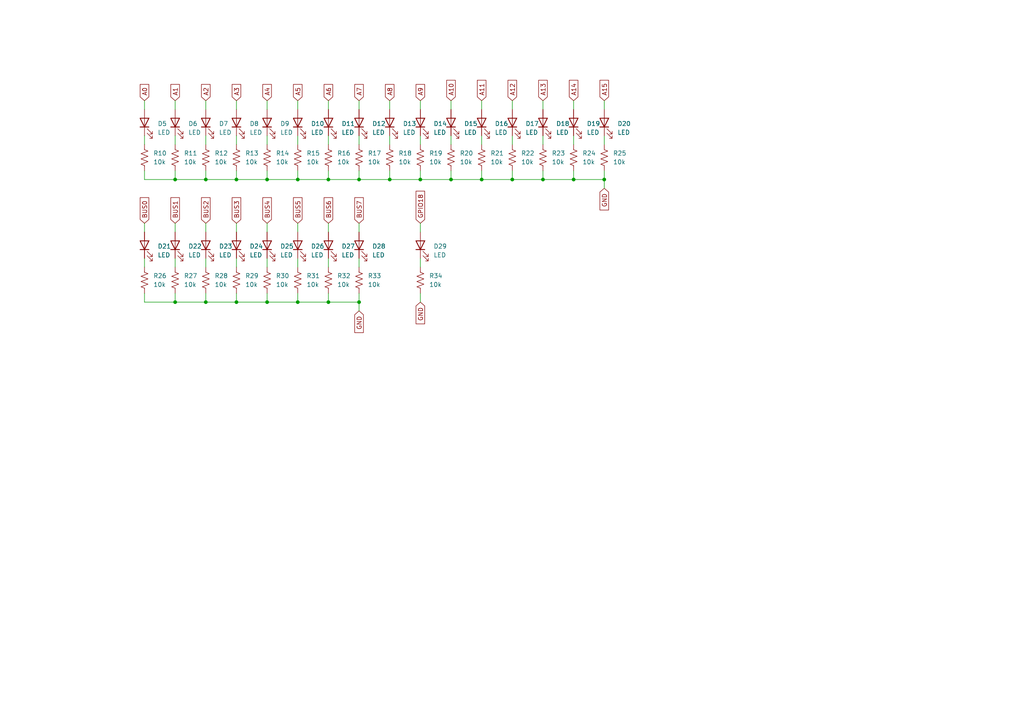
<source format=kicad_sch>
(kicad_sch (version 20230121) (generator eeschema)
  (paper "A4")
  (lib_symbols
    (symbol "Device:LED" (pin_numbers hide) (pin_names (offset 1.016) hide)
      (property "Reference" "D" (at 0 2.54 0))
      (property "Value" "LED" (at 0 -2.54 0))
      (symbol "LED_0_1"
        (polyline (pts (xy -1.27 -1.27) (xy -1.27 1.27)) (stroke (width 0.254)))
        (polyline (pts (xy -1.27 0) (xy 1.27 0)))
        (polyline (pts (xy 1.27 -1.27) (xy 1.27 1.27) (xy -1.27 0) (xy 1.27 -1.27)) (stroke (width 0.254)))
        (polyline (pts (xy -3.048 -0.762) (xy -4.572 -2.286) (xy -3.81 -2.286) (xy -4.572 -2.286) (xy -4.572 -1.524)))
        (polyline (pts (xy -1.778 -0.762) (xy -3.302 -2.286) (xy -2.54 -2.286) (xy -3.302 -2.286) (xy -3.302 -1.524)))
      )
      (symbol "LED_1_1"
        (pin passive line (at -3.81 0 0) (length 2.54) (name "K") (number "1"))
        (pin passive line (at 3.81 0 180) (length 2.54) (name "A") (number "2"))
      )
    )
    (symbol "Device:R_US" (pin_numbers hide) (pin_names (offset 0))
      (property "Reference" "R" (at 2.54 0 90))
      (property "Value" "R_US" (at -2.54 0 90))
      (symbol "R_US_0_1"
        (polyline (pts (xy 0 -2.286) (xy 0 -2.54)))
        (polyline (pts (xy 0 2.286) (xy 0 2.54)))
        (polyline (pts (xy 0 -0.762) (xy 1.016 -1.143) (xy 0 -1.524) (xy -1.016 -1.905) (xy 0 -2.286)))
        (polyline (pts (xy 0 0.762) (xy 1.016 0.381) (xy 0 0) (xy -1.016 -0.381) (xy 0 -0.762)))
        (polyline (pts (xy 0 2.286) (xy 1.016 1.905) (xy 0 1.524) (xy -1.016 1.143) (xy 0 0.762)))
      )
      (symbol "R_US_1_1"
        (pin passive line (at 0 3.81 270) (length 1.27) (name "~") (number "1"))
        (pin passive line (at 0 -3.81 90) (length 1.27) (name "~") (number "2"))
      )
    )
  )
  (junction (at 148.59 52.07))
  (junction (at 86.36 87.63))
  (junction (at 59.69 87.63))
  (junction (at 175.26 52.07))
  (junction (at 50.8 52.07))
  (junction (at 68.58 87.63))
  (junction (at 166.37 52.07))
  (junction (at 95.25 52.07))
  (junction (at 104.14 87.63))
  (junction (at 95.25 87.63))
  (junction (at 68.58 52.07))
  (junction (at 130.81 52.07))
  (junction (at 139.7 52.07))
  (junction (at 121.92 52.07))
  (junction (at 86.36 52.07))
  (junction (at 157.48 52.07))
  (junction (at 104.14 52.07))
  (junction (at 59.69 52.07))
  (junction (at 50.8 87.63))
  (junction (at 77.47 52.07))
  (junction (at 113.03 52.07))
  (junction (at 77.47 87.63))
  (wire (pts (xy 121.92 64.77) (xy 121.92 67.31)))
  (wire (pts (xy 77.47 67.31) (xy 77.47 64.77)))
  (wire (pts (xy 86.36 77.47) (xy 86.36 74.93)))
  (wire (pts (xy 77.47 52.07) (xy 77.47 49.53)))
  (wire (pts (xy 104.14 87.63) (xy 104.14 90.17)))
  (wire (pts (xy 166.37 52.07) (xy 166.37 49.53)))
  (wire (pts (xy 68.58 74.93) (xy 68.58 77.47)))
  (wire (pts (xy 68.58 87.63) (xy 77.47 87.63)))
  (wire (pts (xy 86.36 87.63) (xy 86.36 85.09)))
  (wire (pts (xy 77.47 41.91) (xy 77.47 39.37)))
  (wire (pts (xy 41.91 52.07) (xy 41.91 49.53)))
  (wire (pts (xy 121.92 41.91) (xy 121.92 39.37)))
  (wire (pts (xy 121.92 52.07) (xy 130.81 52.07)))
  (wire (pts (xy 95.25 52.07) (xy 104.14 52.07)))
  (wire (pts (xy 68.58 67.31) (xy 68.58 64.77)))
  (wire (pts (xy 68.58 49.53) (xy 68.58 52.07)))
  (wire (pts (xy 166.37 52.07) (xy 175.26 52.07)))
  (wire (pts (xy 59.69 85.09) (xy 59.69 87.63)))
  (wire (pts (xy 41.91 87.63) (xy 50.8 87.63)))
  (wire (pts (xy 104.14 77.47) (xy 104.14 74.93)))
  (wire (pts (xy 68.58 31.75) (xy 68.58 29.21)))
  (wire (pts (xy 41.91 41.91) (xy 41.91 39.37)))
  (wire (pts (xy 86.36 87.63) (xy 95.25 87.63)))
  (wire (pts (xy 50.8 77.47) (xy 50.8 74.93)))
  (wire (pts (xy 95.25 77.47) (xy 95.25 74.93)))
  (wire (pts (xy 130.81 41.91) (xy 130.81 39.37)))
  (wire (pts (xy 175.26 41.91) (xy 175.26 39.37)))
  (wire (pts (xy 121.92 52.07) (xy 121.92 49.53)))
  (wire (pts (xy 68.58 39.37) (xy 68.58 41.91)))
  (wire (pts (xy 50.8 87.63) (xy 50.8 85.09)))
  (wire (pts (xy 41.91 52.07) (xy 50.8 52.07)))
  (wire (pts (xy 121.92 31.75) (xy 121.92 29.21)))
  (wire (pts (xy 175.26 52.07) (xy 175.26 54.61)))
  (wire (pts (xy 41.91 31.75) (xy 41.91 29.21)))
  (wire (pts (xy 50.8 31.75) (xy 50.8 29.21)))
  (wire (pts (xy 139.7 41.91) (xy 139.7 39.37)))
  (wire (pts (xy 50.8 67.31) (xy 50.8 64.77)))
  (wire (pts (xy 148.59 41.91) (xy 148.59 39.37)))
  (wire (pts (xy 59.69 49.53) (xy 59.69 52.07)))
  (wire (pts (xy 59.69 41.91) (xy 59.69 39.37)))
  (wire (pts (xy 77.47 52.07) (xy 86.36 52.07)))
  (wire (pts (xy 59.69 31.75) (xy 59.69 29.21)))
  (wire (pts (xy 77.47 31.75) (xy 77.47 29.21)))
  (wire (pts (xy 50.8 52.07) (xy 50.8 49.53)))
  (wire (pts (xy 86.36 52.07) (xy 95.25 52.07)))
  (wire (pts (xy 86.36 29.21) (xy 86.36 31.75)))
  (wire (pts (xy 175.26 52.07) (xy 175.26 49.53)))
  (wire (pts (xy 175.26 31.75) (xy 175.26 29.21)))
  (wire (pts (xy 130.81 31.75) (xy 130.81 29.21)))
  (wire (pts (xy 121.92 77.47) (xy 121.92 74.93)))
  (wire (pts (xy 157.48 52.07) (xy 157.48 49.53)))
  (wire (pts (xy 77.47 87.63) (xy 77.47 85.09)))
  (wire (pts (xy 77.47 87.63) (xy 86.36 87.63)))
  (wire (pts (xy 86.36 52.07) (xy 86.36 49.53)))
  (wire (pts (xy 77.47 77.47) (xy 77.47 74.93)))
  (wire (pts (xy 68.58 52.07) (xy 77.47 52.07)))
  (wire (pts (xy 59.69 67.31) (xy 59.69 64.77)))
  (wire (pts (xy 148.59 52.07) (xy 148.59 49.53)))
  (wire (pts (xy 104.14 67.31) (xy 104.14 64.77)))
  (wire (pts (xy 148.59 31.75) (xy 148.59 29.21)))
  (wire (pts (xy 157.48 41.91) (xy 157.48 39.37)))
  (wire (pts (xy 95.25 41.91) (xy 95.25 39.37)))
  (wire (pts (xy 95.25 87.63) (xy 104.14 87.63)))
  (wire (pts (xy 104.14 87.63) (xy 104.14 85.09)))
  (wire (pts (xy 157.48 31.75) (xy 157.48 29.21)))
  (wire (pts (xy 86.36 41.91) (xy 86.36 39.37)))
  (wire (pts (xy 95.25 31.75) (xy 95.25 29.21)))
  (wire (pts (xy 104.14 52.07) (xy 104.14 49.53)))
  (wire (pts (xy 68.58 85.09) (xy 68.58 87.63)))
  (wire (pts (xy 95.25 67.31) (xy 95.25 64.77)))
  (wire (pts (xy 166.37 31.75) (xy 166.37 29.21)))
  (wire (pts (xy 59.69 77.47) (xy 59.69 74.93)))
  (wire (pts (xy 41.91 67.31) (xy 41.91 64.77)))
  (wire (pts (xy 130.81 52.07) (xy 130.81 49.53)))
  (wire (pts (xy 50.8 52.07) (xy 59.69 52.07)))
  (wire (pts (xy 113.03 29.21) (xy 113.03 31.75)))
  (wire (pts (xy 139.7 52.07) (xy 148.59 52.07)))
  (wire (pts (xy 95.25 52.07) (xy 95.25 49.53)))
  (wire (pts (xy 130.81 52.07) (xy 139.7 52.07)))
  (wire (pts (xy 139.7 52.07) (xy 139.7 49.53)))
  (wire (pts (xy 104.14 31.75) (xy 104.14 29.21)))
  (wire (pts (xy 113.03 52.07) (xy 113.03 49.53)))
  (wire (pts (xy 104.14 52.07) (xy 113.03 52.07)))
  (wire (pts (xy 59.69 87.63) (xy 68.58 87.63)))
  (wire (pts (xy 113.03 52.07) (xy 121.92 52.07)))
  (wire (pts (xy 50.8 87.63) (xy 59.69 87.63)))
  (wire (pts (xy 148.59 52.07) (xy 157.48 52.07)))
  (wire (pts (xy 50.8 41.91) (xy 50.8 39.37)))
  (wire (pts (xy 104.14 41.91) (xy 104.14 39.37)))
  (wire (pts (xy 41.91 77.47) (xy 41.91 74.93)))
  (wire (pts (xy 95.25 87.63) (xy 95.25 85.09)))
  (wire (pts (xy 121.92 85.09) (xy 121.92 87.63)))
  (wire (pts (xy 113.03 41.91) (xy 113.03 39.37)))
  (wire (pts (xy 139.7 31.75) (xy 139.7 29.21)))
  (wire (pts (xy 157.48 52.07) (xy 166.37 52.07)))
  (wire (pts (xy 59.69 52.07) (xy 68.58 52.07)))
  (wire (pts (xy 41.91 87.63) (xy 41.91 85.09)))
  (wire (pts (xy 166.37 41.91) (xy 166.37 39.37)))
  (wire (pts (xy 86.36 64.77) (xy 86.36 67.31)))
  (global_label "BUS7" (shape input) (at 104.14 64.77 90) (property "Intersheetrefs" "${INTERSHEET_REFS}" (effects hide)))
  (global_label "GND" (shape input) (at 121.92 87.63 270) (property "Intersheetrefs" "${INTERSHEET_REFS}" (effects hide)))
  (global_label "BUS6" (shape input) (at 95.25 64.77 90) (property "Intersheetrefs" "${INTERSHEET_REFS}" (effects hide)))
  (global_label "A3" (shape input) (at 68.58 29.21 90) (property "Intersheetrefs" "${INTERSHEET_REFS}" (effects hide)))
  (global_label "BUS3" (shape input) (at 68.58 64.77 90) (property "Intersheetrefs" "${INTERSHEET_REFS}" (effects hide)))
  (global_label "A2" (shape input) (at 59.69 29.21 90) (property "Intersheetrefs" "${INTERSHEET_REFS}" (effects hide)))
  (global_label "A4" (shape input) (at 77.47 29.21 90) (property "Intersheetrefs" "${INTERSHEET_REFS}" (effects hide)))
  (global_label "A12" (shape input) (at 148.59 29.21 90) (property "Intersheetrefs" "${INTERSHEET_REFS}" (effects hide)))
  (global_label "A5" (shape input) (at 86.36 29.21 90) (property "Intersheetrefs" "${INTERSHEET_REFS}" (effects hide)))
  (global_label "A11" (shape input) (at 139.7 29.21 90) (property "Intersheetrefs" "${INTERSHEET_REFS}" (effects hide)))
  (global_label "A6" (shape input) (at 95.25 29.21 90) (property "Intersheetrefs" "${INTERSHEET_REFS}" (effects hide)))
  (global_label "A13" (shape input) (at 157.48 29.21 90) (property "Intersheetrefs" "${INTERSHEET_REFS}" (effects hide)))
  (global_label "BUS5" (shape input) (at 86.36 64.77 90) (property "Intersheetrefs" "${INTERSHEET_REFS}" (effects hide)))
  (global_label "A15" (shape input) (at 175.26 29.21 90) (property "Intersheetrefs" "${INTERSHEET_REFS}" (effects hide)))
  (global_label "A8" (shape input) (at 113.03 29.21 90) (property "Intersheetrefs" "${INTERSHEET_REFS}" (effects hide)))
  (global_label "A0" (shape input) (at 41.91 29.21 90) (property "Intersheetrefs" "${INTERSHEET_REFS}" (effects hide)))
  (global_label "A14" (shape input) (at 166.37 29.21 90) (property "Intersheetrefs" "${INTERSHEET_REFS}" (effects hide)))
  (global_label "BUS2" (shape input) (at 59.69 64.77 90) (property "Intersheetrefs" "${INTERSHEET_REFS}" (effects hide)))
  (global_label "GND" (shape input) (at 104.14 90.17 270) (property "Intersheetrefs" "${INTERSHEET_REFS}" (effects hide)))
  (global_label "BUS0" (shape input) (at 41.91 64.77 90) (property "Intersheetrefs" "${INTERSHEET_REFS}" (effects hide)))
  (global_label "BUS4" (shape input) (at 77.47 64.77 90) (property "Intersheetrefs" "${INTERSHEET_REFS}" (effects hide)))
  (global_label "A10" (shape input) (at 130.81 29.21 90) (property "Intersheetrefs" "${INTERSHEET_REFS}" (effects hide)))
  (global_label "BUS1" (shape input) (at 50.8 64.77 90) (property "Intersheetrefs" "${INTERSHEET_REFS}" (effects hide)))
  (global_label "GPIO18" (shape input) (at 121.92 64.77 90) (property "Intersheetrefs" "${INTERSHEET_REFS}" (effects hide)))
  (global_label "GND" (shape input) (at 175.26 54.61 270) (property "Intersheetrefs" "${INTERSHEET_REFS}" (effects hide)))
  (global_label "A1" (shape input) (at 50.8 29.21 90) (property "Intersheetrefs" "${INTERSHEET_REFS}" (effects hide)))
  (global_label "A9" (shape input) (at 121.92 29.21 90) (property "Intersheetrefs" "${INTERSHEET_REFS}" (effects hide)))
  (global_label "A7" (shape input) (at 104.14 29.21 90) (property "Intersheetrefs" "${INTERSHEET_REFS}" (effects hide)))
  (symbol (lib_id "Device:LED") (at 68.58 35.56 90) (unit 1)
    (property "Reference" "D8" (at 72.39 35.8775 90) (effects (justify right)))
    (property "Value" "LED" (at 72.39 38.4175 90) (effects (justify right)))
    (property "Footprint" "LED_SMD:LED_0603_1608Metric" (effects hide))
    (property "LCSC" "C2290" (effects hide))
  )
  (symbol (lib_id "Device:LED") (at 121.92 71.12 90) (unit 1)
    (property "Reference" "D29" (at 125.73 71.4375 90) (effects (justify right)))
    (property "Value" "LED" (at 125.73 73.9775 90) (effects (justify right)))
    (property "Footprint" "LED_SMD:LED_0603_1608Metric" (effects hide))
    (property "LCSC" "C2290" (effects hide))
  )
  (symbol (lib_id "Device:LED") (at 166.37 35.56 90) (unit 1)
    (property "Reference" "D19" (at 170.18 35.8775 90) (effects (justify right)))
    (property "Value" "LED" (at 170.18 38.4175 90) (effects (justify right)))
    (property "Footprint" "LED_SMD:LED_0603_1608Metric" (effects hide))
    (property "LCSC" "C2290" (effects hide))
  )
  (symbol (lib_id "Device:R_US") (at 121.92 81.28 0) (unit 1)
    (property "Reference" "R34" (at 124.46 80.01 0) (effects (justify left)))
    (property "Value" "10k" (at 124.46 82.55 0) (effects (justify left)))
    (property "Footprint" "Resistor_SMD:R_0603_1608Metric" (effects hide))
    (property "LCSC" "C25804" (effects hide))
  )
  (symbol (lib_id "Device:LED") (at 41.91 35.56 90) (unit 1)
    (property "Reference" "D5" (at 45.72 35.8775 90) (effects (justify right)))
    (property "Value" "LED" (at 45.72 38.4175 90) (effects (justify right)))
    (property "Footprint" "LED_SMD:LED_0603_1608Metric" (effects hide))
    (property "LCSC" "C2290" (effects hide))
  )
  (symbol (lib_id "Device:LED") (at 113.03 35.56 90) (unit 1)
    (property "Reference" "D13" (at 116.84 35.8775 90) (effects (justify right)))
    (property "Value" "LED" (at 116.84 38.4175 90) (effects (justify right)))
    (property "Footprint" "LED_SMD:LED_0603_1608Metric" (effects hide))
    (property "LCSC" "C2290" (effects hide))
  )
  (symbol (lib_id "Device:LED") (at 77.47 35.56 90) (unit 1)
    (property "Reference" "D9" (at 81.28 35.8775 90) (effects (justify right)))
    (property "Value" "LED" (at 81.28 38.4175 90) (effects (justify right)))
    (property "Footprint" "LED_SMD:LED_0603_1608Metric" (effects hide))
    (property "LCSC" "C2290" (effects hide))
  )
  (symbol (lib_id "Device:R_US") (at 157.48 45.72 0) (unit 1)
    (property "Reference" "R23" (at 160.02 44.45 0) (effects (justify left)))
    (property "Value" "10k" (at 160.02 46.99 0) (effects (justify left)))
    (property "Footprint" "Resistor_SMD:R_0603_1608Metric" (effects hide))
    (property "LCSC" "C25804" (effects hide))
  )
  (symbol (lib_id "Device:LED") (at 50.8 35.56 90) (unit 1)
    (property "Reference" "D6" (at 54.61 35.8775 90) (effects (justify right)))
    (property "Value" "LED" (at 54.61 38.4175 90) (effects (justify right)))
    (property "Footprint" "LED_SMD:LED_0603_1608Metric" (effects hide))
    (property "LCSC" "C2290" (effects hide))
  )
  (symbol (lib_id "Device:LED") (at 41.91 71.12 90) (unit 1)
    (property "Reference" "D21" (at 45.72 71.4375 90) (effects (justify right)))
    (property "Value" "LED" (at 45.72 73.9775 90) (effects (justify right)))
    (property "Footprint" "LED_SMD:LED_0603_1608Metric" (effects hide))
    (property "LCSC" "C2290" (effects hide))
  )
  (symbol (lib_id "Device:LED") (at 59.69 35.56 90) (unit 1)
    (property "Reference" "D7" (at 63.5 35.8775 90) (effects (justify right)))
    (property "Value" "LED" (at 63.5 38.4175 90) (effects (justify right)))
    (property "Footprint" "LED_SMD:LED_0603_1608Metric" (effects hide))
    (property "LCSC" "C2290" (effects hide))
  )
  (symbol (lib_id "Device:LED") (at 121.92 35.56 90) (unit 1)
    (property "Reference" "D14" (at 125.73 35.8775 90) (effects (justify right)))
    (property "Value" "LED" (at 125.73 38.4175 90) (effects (justify right)))
    (property "Footprint" "LED_SMD:LED_0603_1608Metric" (effects hide))
    (property "LCSC" "C2290" (effects hide))
  )
  (symbol (lib_id "Device:R_US") (at 95.25 81.28 0) (unit 1)
    (property "Reference" "R32" (at 97.79 80.01 0) (effects (justify left)))
    (property "Value" "10k" (at 97.79 82.55 0) (effects (justify left)))
    (property "Footprint" "Resistor_SMD:R_0603_1608Metric" (effects hide))
    (property "LCSC" "C25804" (effects hide))
  )
  (symbol (lib_id "Device:R_US") (at 130.81 45.72 0) (unit 1)
    (property "Reference" "R20" (at 133.35 44.45 0) (effects (justify left)))
    (property "Value" "10k" (at 133.35 46.99 0) (effects (justify left)))
    (property "Footprint" "Resistor_SMD:R_0603_1608Metric" (effects hide))
    (property "LCSC" "C25804" (effects hide))
  )
  (symbol (lib_id "Device:R_US") (at 86.36 45.72 0) (unit 1)
    (property "Reference" "R15" (at 88.9 44.45 0) (effects (justify left)))
    (property "Value" "10k" (at 88.9 46.99 0) (effects (justify left)))
    (property "Footprint" "Resistor_SMD:R_0603_1608Metric" (effects hide))
    (property "LCSC" "C25804" (effects hide))
  )
  (symbol (lib_id "Device:LED") (at 77.47 71.12 90) (unit 1)
    (property "Reference" "D25" (at 81.28 71.4375 90) (effects (justify right)))
    (property "Value" "LED" (at 81.28 73.9775 90) (effects (justify right)))
    (property "Footprint" "LED_SMD:LED_0603_1608Metric" (effects hide))
    (property "LCSC" "C2290" (effects hide))
  )
  (symbol (lib_id "Device:LED") (at 148.59 35.56 90) (unit 1)
    (property "Reference" "D17" (at 152.4 35.8775 90) (effects (justify right)))
    (property "Value" "LED" (at 152.4 38.4175 90) (effects (justify right)))
    (property "Footprint" "LED_SMD:LED_0603_1608Metric" (effects hide))
    (property "LCSC" "C2290" (effects hide))
  )
  (symbol (lib_id "Device:R_US") (at 50.8 81.28 0) (unit 1)
    (property "Reference" "R27" (at 53.34 80.01 0) (effects (justify left)))
    (property "Value" "10k" (at 53.34 82.55 0) (effects (justify left)))
    (property "Footprint" "Resistor_SMD:R_0603_1608Metric" (effects hide))
    (property "LCSC" "C25804" (effects hide))
  )
  (symbol (lib_id "Device:R_US") (at 77.47 45.72 0) (unit 1)
    (property "Reference" "R14" (at 80.01 44.45 0) (effects (justify left)))
    (property "Value" "10k" (at 80.01 46.99 0) (effects (justify left)))
    (property "Footprint" "Resistor_SMD:R_0603_1608Metric" (effects hide))
    (property "LCSC" "C25804" (effects hide))
  )
  (symbol (lib_id "Device:R_US") (at 41.91 81.28 0) (unit 1)
    (property "Reference" "R26" (at 44.45 80.01 0) (effects (justify left)))
    (property "Value" "10k" (at 44.45 82.55 0) (effects (justify left)))
    (property "Footprint" "Resistor_SMD:R_0603_1608Metric" (effects hide))
    (property "LCSC" "C25804" (effects hide))
  )
  (symbol (lib_id "Device:LED") (at 175.26 35.56 90) (unit 1)
    (property "Reference" "D20" (at 179.07 35.8775 90) (effects (justify right)))
    (property "Value" "LED" (at 179.07 38.4175 90) (effects (justify right)))
    (property "Footprint" "LED_SMD:LED_0603_1608Metric" (effects hide))
    (property "LCSC" "C2290" (effects hide))
  )
  (symbol (lib_id "Device:LED") (at 157.48 35.56 90) (unit 1)
    (property "Reference" "D18" (at 161.29 35.8775 90) (effects (justify right)))
    (property "Value" "LED" (at 161.29 38.4175 90) (effects (justify right)))
    (property "Footprint" "LED_SMD:LED_0603_1608Metric" (effects hide))
    (property "LCSC" "C2290" (effects hide))
  )
  (symbol (lib_id "Device:R_US") (at 148.59 45.72 0) (unit 1)
    (property "Reference" "R22" (at 151.13 44.45 0) (effects (justify left)))
    (property "Value" "10k" (at 151.13 46.99 0) (effects (justify left)))
    (property "Footprint" "Resistor_SMD:R_0603_1608Metric" (effects hide))
    (property "LCSC" "C25804" (effects hide))
  )
  (symbol (lib_id "Device:R_US") (at 104.14 45.72 0) (unit 1)
    (property "Reference" "R17" (at 106.68 44.45 0) (effects (justify left)))
    (property "Value" "10k" (at 106.68 46.99 0) (effects (justify left)))
    (property "Footprint" "Resistor_SMD:R_0603_1608Metric" (effects hide))
    (property "LCSC" "C25804" (effects hide))
  )
  (symbol (lib_id "Device:LED") (at 130.81 35.56 90) (unit 1)
    (property "Reference" "D15" (at 134.62 35.8775 90) (effects (justify right)))
    (property "Value" "LED" (at 134.62 38.4175 90) (effects (justify right)))
    (property "Footprint" "LED_SMD:LED_0603_1608Metric" (effects hide))
    (property "LCSC" "C2290" (effects hide))
  )
  (symbol (lib_id "Device:R_US") (at 104.14 81.28 0) (unit 1)
    (property "Reference" "R33" (at 106.68 80.01 0) (effects (justify left)))
    (property "Value" "10k" (at 106.68 82.55 0) (effects (justify left)))
    (property "Footprint" "Resistor_SMD:R_0603_1608Metric" (effects hide))
    (property "LCSC" "C25804" (effects hide))
  )
  (symbol (lib_id "Device:LED") (at 104.14 35.56 90) (unit 1)
    (property "Reference" "D12" (at 107.95 35.8775 90) (effects (justify right)))
    (property "Value" "LED" (at 107.95 38.4175 90) (effects (justify right)))
    (property "Footprint" "LED_SMD:LED_0603_1608Metric" (effects hide))
    (property "LCSC" "C2290" (effects hide))
  )
  (symbol (lib_id "Device:R_US") (at 41.91 45.72 0) (unit 1)
    (property "Reference" "R10" (at 44.45 44.45 0) (effects (justify left)))
    (property "Value" "10k" (at 44.45 46.99 0) (effects (justify left)))
    (property "Footprint" "Resistor_SMD:R_0603_1608Metric" (effects hide))
    (property "LCSC" "C25804" (effects hide))
  )
  (symbol (lib_id "Device:R_US") (at 175.26 45.72 0) (unit 1)
    (property "Reference" "R25" (at 177.8 44.45 0) (effects (justify left)))
    (property "Value" "10k" (at 177.8 46.99 0) (effects (justify left)))
    (property "Footprint" "Resistor_SMD:R_0603_1608Metric" (effects hide))
    (property "LCSC" "C25804" (effects hide))
  )
  (symbol (lib_id "Device:R_US") (at 68.58 45.72 0) (unit 1)
    (property "Reference" "R13" (at 71.12 44.45 0) (effects (justify left)))
    (property "Value" "10k" (at 71.12 46.99 0) (effects (justify left)))
    (property "Footprint" "Resistor_SMD:R_0603_1608Metric" (effects hide))
    (property "LCSC" "C25804" (effects hide))
  )
  (symbol (lib_id "Device:R_US") (at 77.47 81.28 0) (unit 1)
    (property "Reference" "R30" (at 80.01 80.01 0) (effects (justify left)))
    (property "Value" "10k" (at 80.01 82.55 0) (effects (justify left)))
    (property "Footprint" "Resistor_SMD:R_0603_1608Metric" (effects hide))
    (property "LCSC" "C25804" (effects hide))
  )
  (symbol (lib_id "Device:R_US") (at 86.36 81.28 0) (unit 1)
    (property "Reference" "R31" (at 88.9 80.01 0) (effects (justify left)))
    (property "Value" "10k" (at 88.9 82.55 0) (effects (justify left)))
    (property "Footprint" "Resistor_SMD:R_0603_1608Metric" (effects hide))
    (property "LCSC" "C25804" (effects hide))
  )
  (symbol (lib_id "Device:R_US") (at 113.03 45.72 0) (unit 1)
    (property "Reference" "R18" (at 115.57 44.45 0) (effects (justify left)))
    (property "Value" "10k" (at 115.57 46.99 0) (effects (justify left)))
    (property "Footprint" "Resistor_SMD:R_0603_1608Metric" (effects hide))
    (property "LCSC" "C25804" (effects hide))
  )
  (symbol (lib_id "Device:LED") (at 50.8 71.12 90) (unit 1)
    (property "Reference" "D22" (at 54.61 71.4375 90) (effects (justify right)))
    (property "Value" "LED" (at 54.61 73.9775 90) (effects (justify right)))
    (property "Footprint" "LED_SMD:LED_0603_1608Metric" (effects hide))
    (property "LCSC" "C2290" (effects hide))
  )
  (symbol (lib_id "Device:R_US") (at 166.37 45.72 0) (unit 1)
    (property "Reference" "R24" (at 168.91 44.45 0) (effects (justify left)))
    (property "Value" "10k" (at 168.91 46.99 0) (effects (justify left)))
    (property "Footprint" "Resistor_SMD:R_0603_1608Metric" (effects hide))
    (property "LCSC" "C25804" (effects hide))
  )
  (symbol (lib_id "Device:LED") (at 104.14 71.12 90) (unit 1)
    (property "Reference" "D28" (at 107.95 71.4375 90) (effects (justify right)))
    (property "Value" "LED" (at 107.95 73.9775 90) (effects (justify right)))
    (property "Footprint" "LED_SMD:LED_0603_1608Metric" (effects hide))
    (property "LCSC" "C2290" (effects hide))
  )
  (symbol (lib_id "Device:R_US") (at 59.69 81.28 0) (unit 1)
    (property "Reference" "R28" (at 62.23 80.01 0) (effects (justify left)))
    (property "Value" "10k" (at 62.23 82.55 0) (effects (justify left)))
    (property "Footprint" "Resistor_SMD:R_0603_1608Metric" (effects hide))
    (property "LCSC" "C25804" (effects hide))
  )
  (symbol (lib_id "Device:LED") (at 86.36 35.56 90) (unit 1)
    (property "Reference" "D10" (at 90.17 35.8775 90) (effects (justify right)))
    (property "Value" "LED" (at 90.17 38.4175 90) (effects (justify right)))
    (property "Footprint" "LED_SMD:LED_0603_1608Metric" (effects hide))
    (property "LCSC" "C2290" (effects hide))
  )
  (symbol (lib_id "Device:LED") (at 59.69 71.12 90) (unit 1)
    (property "Reference" "D23" (at 63.5 71.4375 90) (effects (justify right)))
    (property "Value" "LED" (at 63.5 73.9775 90) (effects (justify right)))
    (property "Footprint" "LED_SMD:LED_0603_1608Metric" (effects hide))
    (property "LCSC" "C2290" (effects hide))
  )
  (symbol (lib_id "Device:R_US") (at 121.92 45.72 0) (unit 1)
    (property "Reference" "R19" (at 124.46 44.45 0) (effects (justify left)))
    (property "Value" "10k" (at 124.46 46.99 0) (effects (justify left)))
    (property "Footprint" "Resistor_SMD:R_0603_1608Metric" (effects hide))
    (property "LCSC" "C25804" (effects hide))
  )
  (symbol (lib_id "Device:LED") (at 86.36 71.12 90) (unit 1)
    (property "Reference" "D26" (at 90.17 71.4375 90) (effects (justify right)))
    (property "Value" "LED" (at 90.17 73.9775 90) (effects (justify right)))
    (property "Footprint" "LED_SMD:LED_0603_1608Metric" (effects hide))
    (property "LCSC" "C2290" (effects hide))
  )
  (symbol (lib_id "Device:LED") (at 95.25 71.12 90) (unit 1)
    (property "Reference" "D27" (at 99.06 71.4375 90) (effects (justify right)))
    (property "Value" "LED" (at 99.06 73.9775 90) (effects (justify right)))
    (property "Footprint" "LED_SMD:LED_0603_1608Metric" (effects hide))
    (property "LCSC" "C2290" (effects hide))
  )
  (symbol (lib_id "Device:R_US") (at 68.58 81.28 0) (unit 1)
    (property "Reference" "R29" (at 71.12 80.01 0) (effects (justify left)))
    (property "Value" "10k" (at 71.12 82.55 0) (effects (justify left)))
    (property "Footprint" "Resistor_SMD:R_0603_1608Metric" (effects hide))
    (property "LCSC" "C25804" (effects hide))
  )
  (symbol (lib_id "Device:R_US") (at 139.7 45.72 0) (unit 1)
    (property "Reference" "R21" (at 142.24 44.45 0) (effects (justify left)))
    (property "Value" "10k" (at 142.24 46.99 0) (effects (justify left)))
    (property "Footprint" "Resistor_SMD:R_0603_1608Metric" (effects hide))
    (property "LCSC" "C25804" (effects hide))
  )
  (symbol (lib_id "Device:R_US") (at 95.25 45.72 0) (unit 1)
    (property "Reference" "R16" (at 97.79 44.45 0) (effects (justify left)))
    (property "Value" "10k" (at 97.79 46.99 0) (effects (justify left)))
    (property "Footprint" "Resistor_SMD:R_0603_1608Metric" (effects hide))
    (property "LCSC" "C25804" (effects hide))
  )
  (symbol (lib_id "Device:LED") (at 95.25 35.56 90) (unit 1)
    (property "Reference" "D11" (at 99.06 35.8775 90) (effects (justify right)))
    (property "Value" "LED" (at 99.06 38.4175 90) (effects (justify right)))
    (property "Footprint" "LED_SMD:LED_0603_1608Metric" (effects hide))
    (property "LCSC" "C2290" (effects hide))
  )
  (symbol (lib_id "Device:LED") (at 68.58 71.12 90) (unit 1)
    (property "Reference" "D24" (at 72.39 71.4375 90) (effects (justify right)))
    (property "Value" "LED" (at 72.39 73.9775 90) (effects (justify right)))
    (property "Footprint" "LED_SMD:LED_0603_1608Metric" (effects hide))
    (property "LCSC" "C2290" (effects hide))
  )
  (symbol (lib_id "Device:LED") (at 139.7 35.56 90) (unit 1)
    (property "Reference" "D16" (at 143.51 35.8775 90) (effects (justify right)))
    (property "Value" "LED" (at 143.51 38.4175 90) (effects (justify right)))
    (property "Footprint" "LED_SMD:LED_0603_1608Metric" (effects hide))
    (property "LCSC" "C2290" (effects hide))
  )
  (symbol (lib_id "Device:R_US") (at 50.8 45.72 0) (unit 1)
    (property "Reference" "R11" (at 53.34 44.45 0) (effects (justify left)))
    (property "Value" "10k" (at 53.34 46.99 0) (effects (justify left)))
    (property "Footprint" "Resistor_SMD:R_0603_1608Metric" (effects hide))
    (property "LCSC" "C25804" (effects hide))
  )
  (symbol (lib_id "Device:R_US") (at 59.69 45.72 0) (unit 1)
    (property "Reference" "R12" (at 62.23 44.45 0) (effects (justify left)))
    (property "Value" "10k" (at 62.23 46.99 0) (effects (justify left)))
    (property "Footprint" "Resistor_SMD:R_0603_1608Metric" (effects hide))
    (property "LCSC" "C25804" (effects hide))
  )
)
</source>
